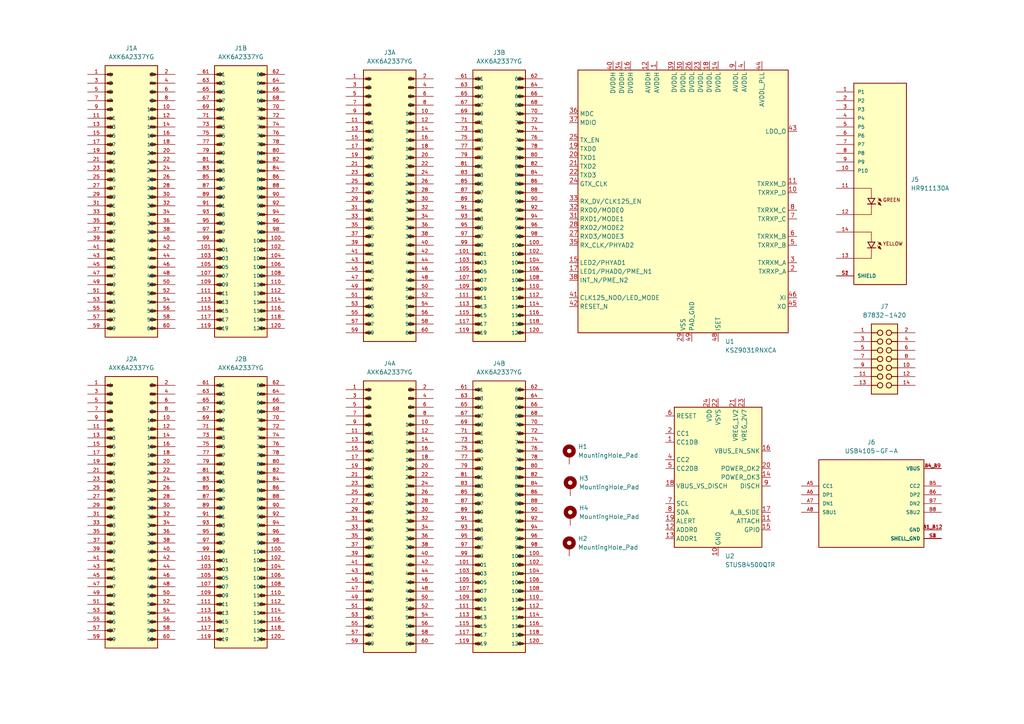
<source format=kicad_sch>
(kicad_sch (version 20211123) (generator eeschema)
  (paper "A4")
  (lib_symbols
    (symbol "Interface_Ethernet:KSZ9031RNXCA"
      (property "Reference" "U" (at -26.67 39.37 0))
      (property "Value" "KSZ9031RNXCA" (at 39.37 39.37 0))
      (symbol "KSZ9031RNXCA_0_1"
        (rectangle (start -30.48 38.1) (end 30.48 -38.1) (stroke (width 0.254)) (fill (type background)))
      )
      (symbol "KSZ9031RNXCA_1_1"
        (pin power_in line (at -7.62 40.64 270) (length 2.54) (name "AVDDH") (number "1"))
        (pin input line (at 33.02 2.54 180) (length 2.54) (name "TXRXP_D") (number "10"))
        (pin input line (at 33.02 5.08 180) (length 2.54) (name "TXRXM_D") (number "11"))
        (pin power_in line (at -10.16 40.64 270) (length 2.54) (name "AVDDH") (number "12"))
        (pin no_connect line (at 30.48 12.7 180) (length 2.54) hide (name "NC") (number "13"))
        (pin power_in line (at 10.16 40.64 270) (length 2.54) (name "DVDDL") (number "14"))
        (pin bidirectional line (at -33.02 -17.78 0) (length 2.54) (name "LED2/PHYAD1") (number "15"))
        (pin power_in line (at -15.24 40.64 270) (length 2.54) (name "DVDDH") (number "16"))
        (pin bidirectional line (at -33.02 -20.32 0) (length 2.54) (name "LED1/PHAD0/PME_N1") (number "17"))
        (pin power_in line (at 7.62 40.64 270) (length 2.54) (name "DVDDL") (number "18"))
        (pin input line (at -33.02 15.24 0) (length 2.54) (name "TXD0") (number "19"))
        (pin input line (at 33.02 -20.32 180) (length 2.54) (name "TXRXP_A") (number "2"))
        (pin input line (at -33.02 12.7 0) (length 2.54) (name "TXD1") (number "20"))
        (pin input line (at -33.02 10.16 0) (length 2.54) (name "TXD2") (number "21"))
        (pin input line (at -33.02 7.62 0) (length 2.54) (name "TXD3") (number "22"))
        (pin power_in line (at 5.08 40.64 270) (length 2.54) (name "DVDDL") (number "23"))
        (pin input line (at -33.02 5.08 0) (length 2.54) (name "GTX_CLK") (number "24"))
        (pin input line (at -33.02 17.78 0) (length 2.54) (name "TX_EN") (number "25"))
        (pin power_in line (at 2.54 40.64 270) (length 2.54) (name "DVDDL") (number "26"))
        (pin input line (at -33.02 -10.16 0) (length 2.54) (name "RXD3/MODE3") (number "27"))
        (pin input line (at -33.02 -7.62 0) (length 2.54) (name "RXD2/MODE2") (number "28"))
        (pin power_in line (at 0 -40.64 90) (length 2.54) (name "VSS") (number "29"))
        (pin input line (at 33.02 -17.78 180) (length 2.54) (name "TXRXM_A") (number "3"))
        (pin power_in line (at 0 40.64 270) (length 2.54) (name "DVDDL") (number "30"))
        (pin input line (at -33.02 -5.08 0) (length 2.54) (name "RXD1/MODE1") (number "31"))
        (pin input line (at -33.02 -2.54 0) (length 2.54) (name "RXD0/MODE0") (number "32"))
        (pin input line (at -33.02 0 0) (length 2.54) (name "RX_DV/CLK125_EN") (number "33"))
        (pin power_in line (at -17.78 40.64 270) (length 2.54) (name "DVDDH") (number "34"))
        (pin input line (at -33.02 -12.7 0) (length 2.54) (name "RX_CLK/PHYAD2") (number "35"))
        (pin input line (at -33.02 25.4 0) (length 2.54) (name "MDC") (number "36"))
        (pin input line (at -33.02 22.86 0) (length 2.54) (name "MDIO") (number "37"))
        (pin input line (at -33.02 -22.86 0) (length 2.54) (name "INT_N/PME_N2") (number "38"))
        (pin power_in line (at -2.54 40.64 270) (length 2.54) (name "DVDDL") (number "39"))
        (pin power_in line (at 17.78 40.64 270) (length 2.54) (name "AVDDL") (number "4"))
        (pin power_in line (at -20.32 40.64 270) (length 2.54) (name "DVDDH") (number "40"))
        (pin input line (at -33.02 -27.94 0) (length 2.54) (name "CLK125_NDO/LED_MODE") (number "41"))
        (pin input line (at -33.02 -30.48 0) (length 2.54) (name "RESET_N") (number "42"))
        (pin input line (at 33.02 20.32 180) (length 2.54) (name "LDO_O") (number "43"))
        (pin power_in line (at 22.86 40.64 270) (length 2.54) (name "AVDDL_PLL") (number "44"))
        (pin input line (at 33.02 -30.48 180) (length 2.54) (name "XO") (number "45"))
        (pin input line (at 33.02 -27.94 180) (length 2.54) (name "XI") (number "46"))
        (pin no_connect line (at 30.48 10.16 180) (length 2.54) hide (name "NC") (number "47"))
        (pin output line (at 10.16 -40.64 90) (length 2.54) (name "ISET") (number "48"))
        (pin power_in line (at 2.54 -40.64 90) (length 2.54) (name "PAD_GND") (number "49"))
        (pin input line (at 33.02 -12.7 180) (length 2.54) (name "TXRXP_B") (number "5"))
        (pin input line (at 33.02 -10.16 180) (length 2.54) (name "TXRXM_B") (number "6"))
        (pin input line (at 33.02 -5.08 180) (length 2.54) (name "TXRXP_C") (number "7"))
        (pin input line (at 33.02 -2.54 180) (length 2.54) (name "TXRXM_C") (number "8"))
        (pin power_in line (at 15.24 40.64 270) (length 2.54) (name "AVDDL") (number "9"))
      )
    )
    (symbol "Interface_USB:STUSB4500QTR"
      (property "Reference" "U" (at -12.7 21.59 0))
      (property "Value" "STUSB4500QTR" (at 8.89 -21.59 0))
      (symbol "STUSB4500QTR_0_1"
        (rectangle (start -12.7 20.32) (end 12.7 -20.32) (stroke (width 0.254)) (fill (type background)))
      )
      (symbol "STUSB4500QTR_1_1"
        (pin bidirectional line (at -15.24 10.16 0) (length 2.54) (name "CC1DB") (number "1"))
        (pin power_in line (at 0 -22.86 90) (length 2.54) (name "GND") (number "10"))
        (pin open_collector line (at 15.24 -12.7 180) (length 2.54) (name "ATTACH") (number "11"))
        (pin input line (at -15.24 -15.24 0) (length 2.54) (name "ADDR0") (number "12"))
        (pin input line (at -15.24 -17.78 0) (length 2.54) (name "ADDR1") (number "13"))
        (pin open_collector line (at 15.24 0 180) (length 2.54) (name "POWER_OK3") (number "14"))
        (pin open_collector line (at 15.24 -15.24 180) (length 2.54) (name "GPIO") (number "15"))
        (pin open_collector line (at 15.24 7.62 180) (length 2.54) (name "VBUS_EN_SNK") (number "16"))
        (pin open_collector line (at 15.24 -10.16 180) (length 2.54) (name "A_B_SIDE") (number "17"))
        (pin input line (at -15.24 -2.54 0) (length 2.54) (name "VBUS_VS_DISCH") (number "18"))
        (pin open_collector line (at -15.24 -12.7 0) (length 2.54) (name "ALERT") (number "19"))
        (pin bidirectional line (at -15.24 12.7 0) (length 2.54) (name "CC1") (number "2"))
        (pin open_collector line (at 15.24 2.54 180) (length 2.54) (name "POWER_OK2") (number "20"))
        (pin power_out line (at 5.08 22.86 270) (length 2.54) (name "VREG_1V2") (number "21"))
        (pin power_in line (at 0 22.86 270) (length 2.54) (name "VSYS") (number "22"))
        (pin power_out line (at 7.62 22.86 270) (length 2.54) (name "VREG_2V7") (number "23"))
        (pin power_in line (at -2.54 22.86 270) (length 2.54) (name "VDD") (number "24"))
        (pin passive line (at 0 -22.86 90) (length 2.54) hide (name "GND") (number "25"))
        (pin no_connect line (at -12.7 15.24 0) (length 2.54) hide (name "NC") (number "3"))
        (pin bidirectional line (at -15.24 5.08 0) (length 2.54) (name "CC2") (number "4"))
        (pin bidirectional line (at -15.24 2.54 0) (length 2.54) (name "CC2DB") (number "5"))
        (pin input line (at -15.24 17.78 0) (length 2.54) (name "RESET") (number "6"))
        (pin input line (at -15.24 -7.62 0) (length 2.54) (name "SCL") (number "7"))
        (pin bidirectional line (at -15.24 -10.16 0) (length 2.54) (name "SDA") (number "8"))
        (pin bidirectional line (at 15.24 -2.54 180) (length 2.54) (name "DISCH") (number "9"))
      )
    )
    (symbol "Mechanical:MountingHole_Pad" (pin_numbers hide) (pin_names (offset 1.016) hide)
      (property "Reference" "H" (at 0 6.35 0))
      (property "Value" "MountingHole_Pad" (at 0 4.445 0))
      (symbol "MountingHole_Pad_0_1"
        (circle (center 0 1.27) (radius 1.27) (stroke (width 1.27)))
      )
      (symbol "MountingHole_Pad_1_1"
        (pin input line (at 0 -2.54 90) (length 2.54) (name "1") (number "1"))
      )
    )
    (symbol "pedrolib:87832-1420" (pin_names (offset 1.016))
      (property "Reference" "J" (at -4.8291 10.6749 0))
      (property "Value" "87832-1420" (at -5.3388 -12.2029 0))
      (symbol "87832-1420_0_0"
        (rectangle (start -5.08 -10.16) (end 2.54 10.16) (stroke (width 0.254)) (fill (type background)))
        (circle (center -2.54 -7.62) (radius 0.762) (stroke (width 0.254)))
        (circle (center -2.54 -5.08) (radius 0.762) (stroke (width 0.254)))
        (circle (center -2.54 -2.54) (radius 0.762) (stroke (width 0.254)))
        (circle (center -2.54 0) (radius 0.762) (stroke (width 0.254)))
        (circle (center -2.54 2.54) (radius 0.762) (stroke (width 0.254)))
        (circle (center -2.54 5.08) (radius 0.762) (stroke (width 0.254)))
        (circle (center -2.54 7.62) (radius 0.762) (stroke (width 0.254)))
        (circle (center 0 -7.62) (radius 0.762) (stroke (width 0.254)))
        (circle (center 0 -5.08) (radius 0.762) (stroke (width 0.254)))
        (circle (center 0 -2.54) (radius 0.762) (stroke (width 0.254)))
        (polyline (pts (xy -3.302 -7.62) (xy -5.08 -7.62)) (stroke (width 0.254)))
        (polyline (pts (xy -3.302 -5.08) (xy -5.08 -5.08)) (stroke (width 0.254)))
        (polyline (pts (xy -3.302 -2.54) (xy -5.08 -2.54)) (stroke (width 0.254)))
        (polyline (pts (xy -3.302 0) (xy -5.08 0)) (stroke (width 0.254)))
        (polyline (pts (xy -3.302 2.54) (xy -5.08 2.54)) (stroke (width 0.254)))
        (polyline (pts (xy -3.302 5.08) (xy -5.08 5.08)) (stroke (width 0.254)))
        (polyline (pts (xy -3.302 7.62) (xy -5.08 7.62)) (stroke (width 0.254)))
        (polyline (pts (xy 0.762 -7.62) (xy 2.54 -7.62)) (stroke (width 0.254)))
        (polyline (pts (xy 0.762 -5.08) (xy 2.54 -5.08)) (stroke (width 0.254)))
        (polyline (pts (xy 0.762 -2.54) (xy 2.54 -2.54)) (stroke (width 0.254)))
        (polyline (pts (xy 0.762 0) (xy 2.54 0)) (stroke (width 0.254)))
        (polyline (pts (xy 0.762 2.54) (xy 2.54 2.54)) (stroke (width 0.254)))
        (polyline (pts (xy 0.762 5.08) (xy 2.54 5.08)) (stroke (width 0.254)))
        (polyline (pts (xy 0.762 5.08) (xy 2.54 5.08)) (stroke (width 0.254)))
        (polyline (pts (xy 0.762 7.62) (xy 2.54 7.62)) (stroke (width 0.254)))
        (circle (center 0 0) (radius 0.762) (stroke (width 0.254)))
        (circle (center 0 2.54) (radius 0.762) (stroke (width 0.254)))
        (circle (center 0 5.08) (radius 0.762) (stroke (width 0.254)))
        (circle (center 0 7.62) (radius 0.762) (stroke (width 0.254)))
        (pin passive line (at -10.16 7.62 0) (length 5.08) (name "~") (number "1"))
        (pin passive line (at 7.62 -2.54 180) (length 5.08) (name "~") (number "10"))
        (pin passive line (at -10.16 -5.08 0) (length 5.08) (name "~") (number "11"))
        (pin passive line (at 7.62 -5.08 180) (length 5.08) (name "~") (number "12"))
        (pin passive line (at -10.16 -7.62 0) (length 5.08) (name "~") (number "13"))
        (pin passive line (at 7.62 -7.62 180) (length 5.08) (name "~") (number "14"))
        (pin passive line (at 7.62 7.62 180) (length 5.08) (name "~") (number "2"))
        (pin passive line (at -10.16 5.08 0) (length 5.08) (name "~") (number "3"))
        (pin passive line (at 7.62 5.08 180) (length 5.08) (name "~") (number "4"))
        (pin passive line (at -10.16 2.54 0) (length 5.08) (name "~") (number "5"))
        (pin passive line (at 7.62 2.54 180) (length 5.08) (name "~") (number "6"))
        (pin passive line (at -10.16 0 0) (length 5.08) (name "~") (number "7"))
        (pin passive line (at 7.62 0 180) (length 5.08) (name "~") (number "8"))
        (pin passive line (at -10.16 -2.54 0) (length 5.08) (name "~") (number "9"))
      )
    )
    (symbol "pedrolib:AXK6A2337YG" (pin_names (offset 1.016))
      (property "Reference" "J" (at -7.62 38.862 0))
      (property "Value" "AXK6A2337YG" (at -7.62 -43.18 0))
      (symbol "AXK6A2337YG_1_0"
        (rectangle (start -7.62 -40.64) (end 7.62 38.1) (stroke (width 0.254)) (fill (type background)))
        (rectangle (start -6.985 -38.4175) (end -5.3975 -37.7825) (stroke (width 0.1)) (fill (type outline)))
        (rectangle (start -6.985 -35.8775) (end -5.3975 -35.2425) (stroke (width 0.1)) (fill (type outline)))
        (rectangle (start -6.985 -33.3375) (end -5.3975 -32.7025) (stroke (width 0.1)) (fill (type outline)))
        (rectangle (start -6.985 -30.7975) (end -5.3975 -30.1625) (stroke (width 0.1)) (fill (type outline)))
        (rectangle (start -6.985 -28.2575) (end -5.3975 -27.6225) (stroke (width 0.1)) (fill (type outline)))
        (rectangle (start -6.985 -25.7175) (end -5.3975 -25.0825) (stroke (width 0.1)) (fill (type outline)))
        (rectangle (start -6.985 -23.1775) (end -5.3975 -22.5425) (stroke (width 0.1)) (fill (type outline)))
        (rectangle (start -6.985 -20.6375) (end -5.3975 -20.0025) (stroke (width 0.1)) (fill (type outline)))
        (rectangle (start -6.985 -18.0975) (end -5.3975 -17.4625) (stroke (width 0.1)) (fill (type outline)))
        (rectangle (start -6.985 -15.5575) (end -5.3975 -14.9225) (stroke (width 0.1)) (fill (type outline)))
        (rectangle (start -6.985 -13.0175) (end -5.3975 -12.3825) (stroke (width 0.1)) (fill (type outline)))
        (rectangle (start -6.985 -10.4775) (end -5.3975 -9.8425) (stroke (width 0.1)) (fill (type outline)))
        (rectangle (start -6.985 -7.9375) (end -5.3975 -7.3025) (stroke (width 0.1)) (fill (type outline)))
        (rectangle (start -6.985 -5.3975) (end -5.3975 -4.7625) (stroke (width 0.1)) (fill (type outline)))
        (rectangle (start -6.985 -2.8575) (end -5.3975 -2.2225) (stroke (width 0.1)) (fill (type outline)))
        (rectangle (start -6.985 -0.3175) (end -5.3975 0.3175) (stroke (width 0.1)) (fill (type outline)))
        (rectangle (start -6.985 2.2225) (end -5.3975 2.8575) (stroke (width 0.1)) (fill (type outline)))
        (rectangle (start -6.985 4.7625) (end -5.3975 5.3975) (stroke (width 0.1)) (fill (type outline)))
        (rectangle (start -6.985 7.3025) (end -5.3975 7.9375) (stroke (width 0.1)) (fill (type outline)))
        (rectangle (start -6.985 9.8425) (end -5.3975 10.4775) (stroke (width 0.1)) (fill (type outline)))
        (rectangle (start -6.985 12.3825) (end -5.3975 13.0175) (stroke (width 0.1)) (fill (type outline)))
        (rectangle (start -6.985 14.9225) (end -5.3975 15.5575) (stroke (width 0.1)) (fill (type outline)))
        (rectangle (start -6.985 17.4625) (end -5.3975 18.0975) (stroke (width 0.1)) (fill (type outline)))
        (rectangle (start -6.985 20.0025) (end -5.3975 20.6375) (stroke (width 0.1)) (fill (type outline)))
        (rectangle (start -6.985 22.5425) (end -5.3975 23.1775) (stroke (width 0.1)) (fill (type outline)))
        (rectangle (start -6.985 25.0825) (end -5.3975 25.7175) (stroke (width 0.1)) (fill (type outline)))
        (rectangle (start -6.985 27.6225) (end -5.3975 28.2575) (stroke (width 0.1)) (fill (type outline)))
        (rectangle (start -6.985 30.1625) (end -5.3975 30.7975) (stroke (width 0.1)) (fill (type outline)))
        (rectangle (start -6.985 32.7025) (end -5.3975 33.3375) (stroke (width 0.1)) (fill (type outline)))
        (rectangle (start -6.985 35.2425) (end -5.3975 35.8775) (stroke (width 0.1)) (fill (type outline)))
        (polyline (pts (xy -7.62 -38.1) (xy -5.715 -38.1)) (stroke (width 0.254)))
        (polyline (pts (xy -7.62 -35.56) (xy -5.715 -35.56)) (stroke (width 0.254)))
        (polyline (pts (xy -7.62 -33.02) (xy -5.715 -33.02)) (stroke (width 0.254)))
        (polyline (pts (xy -7.62 -30.48) (xy -5.715 -30.48)) (stroke (width 0.254)))
        (polyline (pts (xy -7.62 -27.94) (xy -5.715 -27.94)) (stroke (width 0.254)))
        (polyline (pts (xy -7.62 -25.4) (xy -5.715 -25.4)) (stroke (width 0.254)))
        (polyline (pts (xy -7.62 -22.86) (xy -5.715 -22.86)) (stroke (width 0.254)))
        (polyline (pts (xy -7.62 -20.32) (xy -5.715 -20.32)) (stroke (width 0.254)))
        (polyline (pts (xy -7.62 -17.78) (xy -5.715 -17.78)) (stroke (width 0.254)))
        (polyline (pts (xy -7.62 -15.24) (xy -5.715 -15.24)) (stroke (width 0.254)))
        (polyline (pts (xy -7.62 -12.7) (xy -5.715 -12.7)) (stroke (width 0.254)))
        (polyline (pts (xy -7.62 -10.16) (xy -5.715 -10.16)) (stroke (width 0.254)))
        (polyline (pts (xy -7.62 -7.62) (xy -5.715 -7.62)) (stroke (width 0.254)))
        (polyline (pts (xy -7.62 -5.08) (xy -5.715 -5.08)) (stroke (width 0.254)))
        (polyline (pts (xy -7.62 -2.54) (xy -5.715 -2.54)) (stroke (width 0.254)))
        (polyline (pts (xy -7.62 0) (xy -5.715 0)) (stroke (width 0.254)))
        (polyline (pts (xy -7.62 2.54) (xy -5.715 2.54)) (stroke (width 0.254)))
        (polyline (pts (xy -7.62 5.08) (xy -5.715 5.08)) (stroke (width 0.254)))
        (polyline (pts (xy -7.62 7.62) (xy -5.715 7.62)) (stroke (width 0.254)))
        (polyline (pts (xy -7.62 10.16) (xy -5.715 10.16)) (stroke (width 0.254)))
        (polyline (pts (xy -7.62 12.7) (xy -5.715 12.7)) (stroke (width 0.254)))
        (polyline (pts (xy -7.62 15.24) (xy -5.715 15.24)) (stroke (width 0.254)))
        (polyline (pts (xy -7.62 17.78) (xy -5.715 17.78)) (stroke (width 0.254)))
        (polyline (pts (xy -7.62 20.32) (xy -5.715 20.32)) (stroke (width 0.254)))
        (polyline (pts (xy -7.62 22.86) (xy -5.715 22.86)) (stroke (width 0.254)))
        (polyline (pts (xy -7.62 25.4) (xy -5.715 25.4)) (stroke (width 0.254)))
        (polyline (pts (xy -7.62 27.94) (xy -5.715 27.94)) (stroke (width 0.254)))
        (polyline (pts (xy -7.62 30.48) (xy -5.715 30.48)) (stroke (width 0.254)))
        (polyline (pts (xy -7.62 33.02) (xy -5.715 33.02)) (stroke (width 0.254)))
        (polyline (pts (xy -7.62 35.56) (xy -5.715 35.56)) (stroke (width 0.254)))
        (polyline (pts (xy 7.62 -38.1) (xy 5.715 -38.1)) (stroke (width 0.254)))
        (polyline (pts (xy 7.62 -35.56) (xy 5.715 -35.56)) (stroke (width 0.254)))
        (polyline (pts (xy 7.62 -33.02) (xy 5.715 -33.02)) (stroke (width 0.254)))
        (polyline (pts (xy 7.62 -30.48) (xy 5.715 -30.48)) (stroke (width 0.254)))
        (polyline (pts (xy 7.62 -27.94) (xy 5.715 -27.94)) (stroke (width 0.254)))
        (polyline (pts (xy 7.62 -25.4) (xy 5.715 -25.4)) (stroke (width 0.254)))
        (polyline (pts (xy 7.62 -22.86) (xy 5.715 -22.86)) (stroke (width 0.254)))
        (polyline (pts (xy 7.62 -20.32) (xy 5.715 -20.32)) (stroke (width 0.254)))
        (polyline (pts (xy 7.62 -17.78) (xy 5.715 -17.78)) (stroke (width 0.254)))
        (polyline (pts (xy 7.62 -15.24) (xy 5.715 -15.24)) (stroke (width 0.254)))
        (polyline (pts (xy 7.62 -12.7) (xy 5.715 -12.7)) (stroke (width 0.254)))
        (polyline (pts (xy 7.62 -10.16) (xy 5.715 -10.16)) (stroke (width 0.254)))
        (polyline (pts (xy 7.62 -7.62) (xy 5.715 -7.62)) (stroke (width 0.254)))
        (polyline (pts (xy 7.62 -5.08) (xy 5.715 -5.08)) (stroke (width 0.254)))
        (polyline (pts (xy 7.62 -2.54) (xy 5.715 -2.54)) (stroke (width 0.254)))
        (polyline (pts (xy 7.62 0) (xy 5.715 0)) (stroke (width 0.254)))
        (polyline (pts (xy 7.62 2.54) (xy 5.715 2.54)) (stroke (width 0.254)))
        (polyline (pts (xy 7.62 5.08) (xy 5.715 5.08)) (stroke (width 0.254)))
        (polyline (pts (xy 7.62 7.62) (xy 5.715 7.62)) (stroke (width 0.254)))
        (polyline (pts (xy 7.62 10.16) (xy 5.715 10.16)) (stroke (width 0.254)))
        (polyline (pts (xy 7.62 12.7) (xy 5.715 12.7)) (stroke (width 0.254)))
        (polyline (pts (xy 7.62 15.24) (xy 5.715 15.24)) (stroke (width 0.254)))
        (polyline (pts (xy 7.62 17.78) (xy 5.715 17.78)) (stroke (width 0.254)))
        (polyline (pts (xy 7.62 20.32) (xy 5.715 20.32)) (stroke (width 0.254)))
        (polyline (pts (xy 7.62 22.86) (xy 5.715 22.86)) (stroke (width 0.254)))
        (polyline (pts (xy 7.62 25.4) (xy 5.715 25.4)) (stroke (width 0.254)))
        (polyline (pts (xy 7.62 27.94) (xy 5.715 27.94)) (stroke (width 0.254)))
        (polyline (pts (xy 7.62 30.48) (xy 5.715 30.48)) (stroke (width 0.254)))
        (polyline (pts (xy 7.62 33.02) (xy 5.715 33.02)) (stroke (width 0.254)))
        (polyline (pts (xy 7.62 35.56) (xy 5.715 35.56)) (stroke (width 0.254)))
        (rectangle (start 5.3975 -38.4175) (end 6.985 -37.7825) (stroke (width 0.1)) (fill (type outline)))
        (rectangle (start 5.3975 -35.8775) (end 6.985 -35.2425) (stroke (width 0.1)) (fill (type outline)))
        (rectangle (start 5.3975 -33.3375) (end 6.985 -32.7025) (stroke (width 0.1)) (fill (type outline)))
        (rectangle (start 5.3975 -30.7975) (end 6.985 -30.1625) (stroke (width 0.1)) (fill (type outline)))
        (rectangle (start 5.3975 -28.2575) (end 6.985 -27.6225) (stroke (width 0.1)) (fill (type outline)))
        (rectangle (start 5.3975 -25.7175) (end 6.985 -25.0825) (stroke (width 0.1)) (fill (type outline)))
        (rectangle (start 5.3975 -23.1775) (end 6.985 -22.5425) (stroke (width 0.1)) (fill (type outline)))
        (rectangle (start 5.3975 -20.6375) (end 6.985 -20.0025) (stroke (width 0.1)) (fill (type outline)))
        (rectangle (start 5.3975 -18.0975) (end 6.985 -17.4625) (stroke (width 0.1)) (fill (type outline)))
        (rectangle (start 5.3975 -15.5575) (end 6.985 -14.9225) (stroke (width 0.1)) (fill (type outline)))
        (rectangle (start 5.3975 -13.0175) (end 6.985 -12.3825) (stroke (width 0.1)) (fill (type outline)))
        (rectangle (start 5.3975 -10.4775) (end 6.985 -9.8425) (stroke (width 0.1)) (fill (type outline)))
        (rectangle (start 5.3975 -7.9375) (end 6.985 -7.3025) (stroke (width 0.1)) (fill (type outline)))
        (rectangle (start 5.3975 -5.3975) (end 6.985 -4.7625) (stroke (width 0.1)) (fill (type outline)))
        (rectangle (start 5.3975 -2.8575) (end 6.985 -2.2225) (stroke (width 0.1)) (fill (type outline)))
        (rectangle (start 5.3975 -0.3175) (end 6.985 0.3175) (stroke (width 0.1)) (fill (type outline)))
        (rectangle (start 5.3975 2.2225) (end 6.985 2.8575) (stroke (width 0.1)) (fill (type outline)))
        (rectangle (start 5.3975 4.7625) (end 6.985 5.3975) (stroke (width 0.1)) (fill (type outline)))
        (rectangle (start 5.3975 7.3025) (end 6.985 7.9375) (stroke (width 0.1)) (fill (type outline)))
        (rectangle (start 5.3975 9.8425) (end 6.985 10.4775) (stroke (width 0.1)) (fill (type outline)))
        (rectangle (start 5.3975 12.3825) (end 6.985 13.0175) (stroke (width 0.1)) (fill (type outline)))
        (rectangle (start 5.3975 14.9225) (end 6.985 15.5575) (stroke (width 0.1)) (fill (type outline)))
        (rectangle (start 5.3975 17.4625) (end 6.985 18.0975) (stroke (width 0.1)) (fill (type outline)))
        (rectangle (start 5.3975 20.0025) (end 6.985 20.6375) (stroke (width 0.1)) (fill (type outline)))
        (rectangle (start 5.3975 22.5425) (end 6.985 23.1775) (stroke (width 0.1)) (fill (type outline)))
        (rectangle (start 5.3975 25.0825) (end 6.985 25.7175) (stroke (width 0.1)) (fill (type outline)))
        (rectangle (start 5.3975 27.6225) (end 6.985 28.2575) (stroke (width 0.1)) (fill (type outline)))
        (rectangle (start 5.3975 30.1625) (end 6.985 30.7975) (stroke (width 0.1)) (fill (type outline)))
        (rectangle (start 5.3975 32.7025) (end 6.985 33.3375) (stroke (width 0.1)) (fill (type outline)))
        (rectangle (start 5.3975 35.2425) (end 6.985 35.8775) (stroke (width 0.1)) (fill (type outline)))
        (pin passive line (at -12.7 35.56 0) (length 5.08) (name "1") (number "1"))
        (pin passive line (at 12.7 25.4 180) (length 5.08) (name "10") (number "10"))
        (pin passive line (at -12.7 22.86 0) (length 5.08) (name "11") (number "11"))
        (pin passive line (at 12.7 22.86 180) (length 5.08) (name "12") (number "12"))
        (pin passive line (at -12.7 20.32 0) (length 5.08) (name "13") (number "13"))
        (pin passive line (at 12.7 20.32 180) (length 5.08) (name "14") (number "14"))
        (pin passive line (at -12.7 17.78 0) (length 5.08) (name "15") (number "15"))
        (pin passive line (at 12.7 17.78 180) (length 5.08) (name "16") (number "16"))
        (pin passive line (at -12.7 15.24 0) (length 5.08) (name "17") (number "17"))
        (pin passive line (at 12.7 15.24 180) (length 5.08) (name "18") (number "18"))
        (pin passive line (at -12.7 12.7 0) (length 5.08) (name "19") (number "19"))
        (pin passive line (at 12.7 35.56 180) (length 5.08) (name "2") (number "2"))
        (pin passive line (at 12.7 12.7 180) (length 5.08) (name "20") (number "20"))
        (pin passive line (at -12.7 10.16 0) (length 5.08) (name "21") (number "21"))
        (pin passive line (at 12.7 10.16 180) (length 5.08) (name "22") (number "22"))
        (pin passive line (at -12.7 7.62 0) (length 5.08) (name "23") (number "23"))
        (pin passive line (at 12.7 7.62 180) (length 5.08) (name "24") (number "24"))
        (pin passive line (at -12.7 5.08 0) (length 5.08) (name "25") (number "25"))
        (pin passive line (at 12.7 5.08 180) (length 5.08) (name "26") (number "26"))
        (pin passive line (at -12.7 2.54 0) (length 5.08) (name "27") (number "27"))
        (pin passive line (at 12.7 2.54 180) (length 5.08) (name "28") (number "28"))
        (pin passive line (at -12.7 0 0) (length 5.08) (name "29") (number "29"))
        (pin passive line (at -12.7 33.02 0) (length 5.08) (name "3") (number "3"))
        (pin passive line (at 12.7 0 180) (length 5.08) (name "30") (number "30"))
        (pin passive line (at -12.7 -2.54 0) (length 5.08) (name "31") (number "31"))
        (pin passive line (at 12.7 -2.54 180) (length 5.08) (name "32") (number "32"))
        (pin passive line (at -12.7 -5.08 0) (length 5.08) (name "33") (number "33"))
        (pin passive line (at 12.7 -5.08 180) (length 5.08) (name "34") (number "34"))
        (pin passive line (at -12.7 -7.62 0) (length 5.08) (name "35") (number "35"))
        (pin passive line (at 12.7 -7.62 180) (length 5.08) (name "36") (number "36"))
        (pin passive line (at -12.7 -10.16 0) (length 5.08) (name "37") (number "37"))
        (pin passive line (at 12.7 -10.16 180) (length 5.08) (name "38") (number "38"))
        (pin passive line (at -12.7 -12.7 0) (length 5.08) (name "39") (number "39"))
        (pin passive line (at 12.7 33.02 180) (length 5.08) (name "4") (number "4"))
        (pin passive line (at 12.7 -12.7 180) (length 5.08) (name "40") (number "40"))
        (pin passive line (at -12.7 -15.24 0) (length 5.08) (name "41") (number "41"))
        (pin passive line (at 12.7 -15.24 180) (length 5.08) (name "42") (number "42"))
        (pin passive line (at -12.7 -17.78 0) (length 5.08) (name "43") (number "43"))
        (pin passive line (at 12.7 -17.78 180) (length 5.08) (name "44") (number "44"))
        (pin passive line (at -12.7 -20.32 0) (length 5.08) (name "45") (number "45"))
        (pin passive line (at 12.7 -20.32 180) (length 5.08) (name "46") (number "46"))
        (pin passive line (at -12.7 -22.86 0) (length 5.08) (name "47") (number "47"))
        (pin passive line (at 12.7 -22.86 180) (length 5.08) (name "48") (number "48"))
        (pin passive line (at -12.7 -25.4 0) (length 5.08) (name "49") (number "49"))
        (pin passive line (at -12.7 30.48 0) (length 5.08) (name "5") (number "5"))
        (pin passive line (at 12.7 -25.4 180) (length 5.08) (name "50") (number "50"))
        (pin passive line (at -12.7 -27.94 0) (length 5.08) (name "51") (number "51"))
        (pin passive line (at 12.7 -27.94 180) (length 5.08) (name "52") (number "52"))
        (pin passive line (at -12.7 -30.48 0) (length 5.08) (name "53") (number "53"))
        (pin passive line (at 12.7 -30.48 180) (length 5.08) (name "54") (number "54"))
        (pin passive line (at -12.7 -33.02 0) (length 5.08) (name "55") (number "55"))
        (pin passive line (at 12.7 -33.02 180) (length 5.08) (name "56") (number "56"))
        (pin passive line (at -12.7 -35.56 0) (length 5.08) (name "57") (number "57"))
        (pin passive line (at 12.7 -35.56 180) (length 5.08) (name "58") (number "58"))
        (pin passive line (at -12.7 -38.1 0) (length 5.08) (name "59") (number "59"))
        (pin passive line (at 12.7 30.48 180) (length 5.08) (name "6") (number "6"))
        (pin passive line (at 12.7 -38.1 180) (length 5.08) (name "60") (number "60"))
        (pin passive line (at -12.7 27.94 0) (length 5.08) (name "7") (number "7"))
        (pin passive line (at 12.7 27.94 180) (length 5.08) (name "8") (number "8"))
        (pin passive line (at -12.7 25.4 0) (length 5.08) (name "9") (number "9"))
      )
      (symbol "AXK6A2337YG_2_0"
        (rectangle (start -7.62 -40.64) (end 7.62 38.1) (stroke (width 0.254)) (fill (type background)))
        (rectangle (start -6.985 -38.4175) (end -5.3975 -37.7825) (stroke (width 0.1)) (fill (type outline)))
        (rectangle (start -6.985 -35.8775) (end -5.3975 -35.2425) (stroke (width 0.1)) (fill (type outline)))
        (rectangle (start -6.985 -33.3375) (end -5.3975 -32.7025) (stroke (width 0.1)) (fill (type outline)))
        (rectangle (start -6.985 -30.7975) (end -5.3975 -30.1625) (stroke (width 0.1)) (fill (type outline)))
        (rectangle (start -6.985 -28.2575) (end -5.3975 -27.6225) (stroke (width 0.1)) (fill (type outline)))
        (rectangle (start -6.985 -25.7175) (end -5.3975 -25.0825) (stroke (width 0.1)) (fill (type outline)))
        (rectangle (start -6.985 -23.1775) (end -5.3975 -22.5425) (stroke (width 0.1)) (fill (type outline)))
        (rectangle (start -6.985 -20.6375) (end -5.3975 -20.0025) (stroke (width 0.1)) (fill (type outline)))
        (rectangle (start -6.985 -18.0975) (end -5.3975 -17.4625) (stroke (width 0.1)) (fill (type outline)))
        (rectangle (start -6.985 -15.5575) (end -5.3975 -14.9225) (stroke (width 0.1)) (fill (type outline)))
        (rectangle (start -6.985 -13.0175) (end -5.3975 -12.3825) (stroke (width 0.1)) (fill (type outline)))
        (rectangle (start -6.985 -10.4775) (end -5.3975 -9.8425) (stroke (width 0.1)) (fill (type outline)))
        (rectangle (start -6.985 -7.9375) (end -5.3975 -7.3025) (stroke (width 0.1)) (fill (type outline)))
        (rectangle (start -6.985 -5.3975) (end -5.3975 -4.7625) (stroke (width 0.1)) (fill (type outline)))
        (rectangle (start -6.985 -2.8575) (end -5.3975 -2.2225) (stroke (width 0.1)) (fill (type outline)))
        (rectangle (start -6.985 -0.3175) (end -5.3975 0.3175) (stroke (width 0.1)) (fill (type outline)))
        (rectangle (start -6.985 2.2225) (end -5.3975 2.8575) (stroke (width 0.1)) (fill (type outline)))
        (rectangle (start -6.985 4.7625) (end -5.3975 5.3975) (stroke (width 0.1)) (fill (type outline)))
        (rectangle (start -6.985 7.3025) (end -5.3975 7.9375) (stroke (width 0.1)) (fill (type outline)))
        (rectangle (start -6.985 9.8425) (end -5.3975 10.4775) (stroke (width 0.1)) (fill (type outline)))
        (rectangle (start -6.985 12.3825) (end -5.3975 13.0175) (stroke (width 0.1)) (fill (type outline)))
        (rectangle (start -6.985 14.9225) (end -5.3975 15.5575) (stroke (width 0.1)) (fill (type outline)))
        (rectangle (start -6.985 17.4625) (end -5.3975 18.0975) (stroke (width 0.1)) (fill (type outline)))
        (rectangle (start -6.985 20.0025) (end -5.3975 20.6375) (stroke (width 0.1)) (fill (type outline)))
        (rectangle (start -6.985 22.5425) (end -5.3975 23.1775) (stroke (width 0.1)) (fill (type outline)))
        (rectangle (start -6.985 25.0825) (end -5.3975 25.7175) (stroke (width 0.1)) (fill (type outline)))
        (rectangle (start -6.985 27.6225) (end -5.3975 28.2575) (stroke (width 0.1)) (fill (type outline)))
        (rectangle (start -6.985 30.1625) (end -5.3975 30.7975) (stroke (width 0.1)) (fill (type outline)))
        (rectangle (start -6.985 32.7025) (end -5.3975 33.3375) (stroke (width 0.1)) (fill (type outline)))
        (rectangle (start -6.985 35.2425) (end -5.3975 35.8775) (stroke (width 0.1)) (fill (type outline)))
        (polyline (pts (xy -7.62 -38.1) (xy -5.715 -38.1)) (stroke (width 0.254)))
        (polyline (pts (xy -7.62 -35.56) (xy -5.715 -35.56)) (stroke (width 0.254)))
        (polyline (pts (xy -7.62 -33.02) (xy -5.715 -33.02)) (stroke (width 0.254)))
        (polyline (pts (xy -7.62 -30.48) (xy -5.715 -30.48)) (stroke (width 0.254)))
        (polyline (pts (xy -7.62 -27.94) (xy -5.715 -27.94)) (stroke (width 0.254)))
        (polyline (pts (xy -7.62 -25.4) (xy -5.715 -25.4)) (stroke (width 0.254)))
        (polyline (pts (xy -7.62 -22.86) (xy -5.715 -22.86)) (stroke (width 0.254)))
        (polyline (pts (xy -7.62 -20.32) (xy -5.715 -20.32)) (stroke (width 0.254)))
        (polyline (pts (xy -7.62 -17.78) (xy -5.715 -17.78)) (stroke (width 0.254)))
        (polyline (pts (xy -7.62 -15.24) (xy -5.715 -15.24)) (stroke (width 0.254)))
        (polyline (pts (xy -7.62 -12.7) (xy -5.715 -12.7)) (stroke (width 0.254)))
        (polyline (pts (xy -7.62 -10.16) (xy -5.715 -10.16)) (stroke (width 0.254)))
        (polyline (pts (xy -7.62 -7.62) (xy -5.715 -7.62)) (stroke (width 0.254)))
        (polyline (pts (xy -7.62 -5.08) (xy -5.715 -5.08)) (stroke (width 0.254)))
        (polyline (pts (xy -7.62 -2.54) (xy -5.715 -2.54)) (stroke (width 0.254)))
        (polyline (pts (xy -7.62 0) (xy -5.715 0)) (stroke (width 0.254)))
        (polyline (pts (xy -7.62 2.54) (xy -5.715 2.54)) (stroke (width 0.254)))
        (polyline (pts (xy -7.62 5.08) (xy -5.715 5.08)) (stroke (width 0.254)))
        (polyline (pts (xy -7.62 7.62) (xy -5.715 7.62)) (stroke (width 0.254)))
        (polyline (pts (xy -7.62 10.16) (xy -5.715 10.16)) (stroke (width 0.254)))
        (polyline (pts (xy -7.62 12.7) (xy -5.715 12.7)) (stroke (width 0.254)))
        (polyline (pts (xy -7.62 15.24) (xy -5.715 15.24)) (stroke (width 0.254)))
        (polyline (pts (xy -7.62 17.78) (xy -5.715 17.78)) (stroke (width 0.254)))
        (polyline (pts (xy -7.62 20.32) (xy -5.715 20.32)) (stroke (width 0.254)))
        (polyline (pts (xy -7.62 22.86) (xy -5.715 22.86)) (stroke (width 0.254)))
        (polyline (pts (xy -7.62 25.4) (xy -5.715 25.4)) (stroke (width 0.254)))
        (polyline (pts (xy -7.62 27.94) (xy -5.715 27.94)) (stroke (width 0.254)))
        (polyline (pts (xy -7.62 30.48) (xy -5.715 30.48)) (stroke (width 0.254)))
        (polyline (pts (xy -7.62 33.02) (xy -5.715 33.02)) (stroke (width 0.254)))
        (polyline (pts (xy -7.62 35.56) (xy -5.715 35.56)) (stroke (width 0.254)))
        (polyline (pts (xy 7.62 -38.1) (xy 5.715 -38.1)) (stroke (width 0.254)))
        (polyline (pts (xy 7.62 -35.56) (xy 5.715 -35.56)) (stroke (width 0.254)))
        (polyline (pts (xy 7.62 -33.02) (xy 5.715 -33.02)) (stroke (width 0.254)))
        (polyline (pts (xy 7.62 -30.48) (xy 5.715 -30.48)) (stroke (width 0.254)))
        (polyline (pts (xy 7.62 -27.94) (xy 5.715 -27.94)) (stroke (width 0.254)))
        (polyline (pts (xy 7.62 -25.4) (xy 5.715 -25.4)) (stroke (width 0.254)))
        (polyline (pts (xy 7.62 -22.86) (xy 5.715 -22.86)) (stroke (width 0.254)))
        (polyline (pts (xy 7.62 -20.32) (xy 5.715 -20.32)) (stroke (width 0.254)))
        (polyline (pts (xy 7.62 -17.78) (xy 5.715 -17.78)) (stroke (width 0.254)))
        (polyline (pts (xy 7.62 -15.24) (xy 5.715 -15.24)) (stroke (width 0.254)))
        (polyline (pts (xy 7.62 -12.7) (xy 5.715 -12.7)) (stroke (width 0.254)))
        (polyline (pts (xy 7.62 -10.16) (xy 5.715 -10.16)) (stroke (width 0.254)))
        (polyline (pts (xy 7.62 -7.62) (xy 5.715 -7.62)) (stroke (width 0.254)))
        (polyline (pts (xy 7.62 -5.08) (xy 5.715 -5.08)) (stroke (width 0.254)))
        (polyline (pts (xy 7.62 -2.54) (xy 5.715 -2.54)) (stroke (width 0.254)))
        (polyline (pts (xy 7.62 0) (xy 5.715 0)) (stroke (width 0.254)))
        (polyline (pts (xy 7.62 2.54) (xy 5.715 2.54)) (stroke (width 0.254)))
        (polyline (pts (xy 7.62 5.08) (xy 5.715 5.08)) (stroke (width 0.254)))
        (polyline (pts (xy 7.62 7.62) (xy 5.715 7.62)) (stroke (width 0.254)))
        (polyline (pts (xy 7.62 10.16) (xy 5.715 10.16)) (stroke (width 0.254)))
        (polyline (pts (xy 7.62 12.7) (xy 5.715 12.7)) (stroke (width 0.254)))
        (polyline (pts (xy 7.62 15.24) (xy 5.715 15.24)) (stroke (width 0.254)))
        (polyline (pts (xy 7.62 17.78) (xy 5.715 17.78)) (stroke (width 0.254)))
        (polyline (pts (xy 7.62 20.32) (xy 5.715 20.32)) (stroke (width 0.254)))
        (polyline (pts (xy 7.62 22.86) (xy 5.715 22.86)) (stroke (width 0.254)))
        (polyline (pts (xy 7.62 25.4) (xy 5.715 25.4)) (stroke (width 0.254)))
        (polyline (pts (xy 7.62 27.94) (xy 5.715 27.94)) (stroke (width 0.254)))
        (polyline (pts (xy 7.62 30.48) (xy 5.715 30.48)) (stroke (width 0.254)))
        (polyline (pts (xy 7.62 33.02) (xy 5.715 33.02)) (stroke (width 0.254)))
        (polyline (pts (xy 7.62 35.56) (xy 5.715 35.56)) (stroke (width 0.254)))
        (rectangle (start 5.3975 -38.4175) (end 6.985 -37.7825) (stroke (width 0.1)) (fill (type outline)))
        (rectangle (start 5.3975 -35.8775) (end 6.985 -35.2425) (stroke (width 0.1)) (fill (type outline)))
        (rectangle (start 5.3975 -33.3375) (end 6.985 -32.7025) (stroke (width 0.1)) (fill (type outline)))
        (rectangle (start 5.3975 -30.7975) (end 6.985 -30.1625) (stroke (width 0.1)) (fill (type outline)))
        (rectangle (start 5.3975 -28.2575) (end 6.985 -27.6225) (stroke (width 0.1)) (fill (type outline)))
        (rectangle (start 5.3975 -25.7175) (end 6.985 -25.0825) (stroke (width 0.1)) (fill (type outline)))
        (rectangle (start 5.3975 -23.1775) (end 6.985 -22.5425) (stroke (width 0.1)) (fill (type outline)))
        (rectangle (start 5.3975 -20.6375) (end 6.985 -20.0025) (stroke (width 0.1)) (fill (type outline)))
        (rectangle (start 5.3975 -18.0975) (end 6.985 -17.4625) (stroke (width 0.1)) (fill (type outline)))
        (rectangle (start 5.3975 -15.5575) (end 6.985 -14.9225) (stroke (width 0.1)) (fill (type outline)))
        (rectangle (start 5.3975 -13.0175) (end 6.985 -12.3825) (stroke (width 0.1)) (fill (type outline)))
        (rectangle (start 5.3975 -10.4775) (end 6.985 -9.8425) (stroke (width 0.1)) (fill (type outline)))
        (rectangle (start 5.3975 -7.9375) (end 6.985 -7.3025) (stroke (width 0.1)) (fill (type outline)))
        (rectangle (start 5.3975 -5.3975) (end 6.985 -4.7625) (stroke (width 0.1)) (fill (type outline)))
        (rectangle (start 5.3975 -2.8575) (end 6.985 -2.2225) (stroke (width 0.1)) (fill (type outline)))
        (rectangle (start 5.3975 -0.3175) (end 6.985 0.3175) (stroke (width 0.1)) (fill (type outline)))
        (rectangle (start 5.3975 2.2225) (end 6.985 2.8575) (stroke (width 0.1)) (fill (type outline)))
        (rectangle (start 5.3975 4.7625) (end 6.985 5.3975) (stroke (width 0.1)) (fill (type outline)))
        (rectangle (start 5.3975 7.3025) (end 6.985 7.9375) (stroke (width 0.1)) (fill (type outline)))
        (rectangle (start 5.3975 9.8425) (end 6.985 10.4775) (stroke (width 0.1)) (fill (type outline)))
        (rectangle (start 5.3975 12.3825) (end 6.985 13.0175) (stroke (width 0.1)) (fill (type outline)))
        (rectangle (start 5.3975 14.9225) (end 6.985 15.5575) (stroke (width 0.1)) (fill (type outline)))
        (rectangle (start 5.3975 17.4625) (end 6.985 18.0975) (stroke (width 0.1)) (fill (type outline)))
        (rectangle (start 5.3975 20.0025) (end 6.985 20.6375) (stroke (width 0.1)) (fill (type outline)))
        (rectangle (start 5.3975 22.5425) (end 6.985 23.1775) (stroke (width 0.1)) (fill (type outline)))
        (rectangle (start 5.3975 25.0825) (end 6.985 25.7175) (stroke (width 0.1)) (fill (type outline)))
        (rectangle (start 5.3975 27.6225) (end 6.985 28.2575) (stroke (width 0.1)) (fill (type outline)))
        (rectangle (start 5.3975 30.1625) (end 6.985 30.7975) (stroke (width 0.1)) (fill (type outline)))
        (rectangle (start 5.3975 32.7025) (end 6.985 33.3375) (stroke (width 0.1)) (fill (type outline)))
        (rectangle (start 5.3975 35.2425) (end 6.985 35.8775) (stroke (width 0.1)) (fill (type outline)))
        (pin passive line (at 12.7 -12.7 180) (length 5.08) (name "100") (number "100"))
        (pin passive line (at -12.7 -15.24 0) (length 5.08) (name "101") (number "101"))
        (pin passive line (at 12.7 -15.24 180) (length 5.08) (name "102") (number "102"))
        (pin passive line (at -12.7 -17.78 0) (length 5.08) (name "103") (number "103"))
        (pin passive line (at 12.7 -17.78 180) (length 5.08) (name "104") (number "104"))
        (pin passive line (at -12.7 -20.32 0) (length 5.08) (name "105") (number "105"))
        (pin passive line (at 12.7 -20.32 180) (length 5.08) (name "106") (number "106"))
        (pin passive line (at -12.7 -22.86 0) (length 5.08) (name "107") (number "107"))
        (pin passive line (at 12.7 -22.86 180) (length 5.08) (name "108") (number "108"))
        (pin passive line (at -12.7 -25.4 0) (length 5.08) (name "109") (number "109"))
        (pin passive line (at 12.7 -25.4 180) (length 5.08) (name "110") (number "110"))
        (pin passive line (at -12.7 -27.94 0) (length 5.08) (name "111") (number "111"))
        (pin passive line (at 12.7 -27.94 180) (length 5.08) (name "112") (number "112"))
        (pin passive line (at -12.7 -30.48 0) (length 5.08) (name "113") (number "113"))
        (pin passive line (at 12.7 -30.48 180) (length 5.08) (name "114") (number "114"))
        (pin passive line (at -12.7 -33.02 0) (length 5.08) (name "115") (number "115"))
        (pin passive line (at 12.7 -33.02 180) (length 5.08) (name "116") (number "116"))
        (pin passive line (at -12.7 -35.56 0) (length 5.08) (name "117") (number "117"))
        (pin passive line (at 12.7 -35.56 180) (length 5.08) (name "118") (number "118"))
        (pin passive line (at -12.7 -38.1 0) (length 5.08) (name "119") (number "119"))
        (pin passive line (at 12.7 -38.1 180) (length 5.08) (name "120") (number "120"))
        (pin passive line (at -12.7 35.56 0) (length 5.08) (name "61") (number "61"))
        (pin passive line (at 12.7 35.56 180) (length 5.08) (name "62") (number "62"))
        (pin passive line (at -12.7 33.02 0) (length 5.08) (name "63") (number "63"))
        (pin passive line (at 12.7 33.02 180) (length 5.08) (name "64") (number "64"))
        (pin passive line (at -12.7 30.48 0) (length 5.08) (name "65") (number "65"))
        (pin passive line (at 12.7 30.48 180) (length 5.08) (name "66") (number "66"))
        (pin passive line (at -12.7 27.94 0) (length 5.08) (name "67") (number "67"))
        (pin passive line (at 12.7 27.94 180) (length 5.08) (name "68") (number "68"))
        (pin passive line (at -12.7 25.4 0) (length 5.08) (name "69") (number "69"))
        (pin passive line (at 12.7 25.4 180) (length 5.08) (name "70") (number "70"))
        (pin passive line (at -12.7 22.86 0) (length 5.08) (name "71") (number "71"))
        (pin passive line (at 12.7 22.86 180) (length 5.08) (name "72") (number "72"))
        (pin passive line (at -12.7 20.32 0) (length 5.08) (name "73") (number "73"))
        (pin passive line (at 12.7 20.32 180) (length 5.08) (name "74") (number "74"))
        (pin passive line (at -12.7 17.78 0) (length 5.08) (name "75") (number "75"))
        (pin passive line (at 12.7 17.78 180) (length 5.08) (name "76") (number "76"))
        (pin passive line (at -12.7 15.24 0) (length 5.08) (name "77") (number "77"))
        (pin passive line (at 12.7 15.24 180) (length 5.08) (name "78") (number "78"))
        (pin passive line (at -12.7 12.7 0) (length 5.08) (name "79") (number "79"))
        (pin passive line (at 12.7 12.7 180) (length 5.08) (name "80") (number "80"))
        (pin passive line (at -12.7 10.16 0) (length 5.08) (name "81") (number "81"))
        (pin passive line (at 12.7 10.16 180) (length 5.08) (name "82") (number "82"))
        (pin passive line (at -12.7 7.62 0) (length 5.08) (name "83") (number "83"))
        (pin passive line (at 12.7 7.62 180) (length 5.08) (name "84") (number "84"))
        (pin passive line (at -12.7 5.08 0) (length 5.08) (name "85") (number "85"))
        (pin passive line (at 12.7 5.08 180) (length 5.08) (name "86") (number "86"))
        (pin passive line (at -12.7 2.54 0) (length 5.08) (name "87") (number "87"))
        (pin passive line (at 12.7 2.54 180) (length 5.08) (name "88") (number "88"))
        (pin passive line (at -12.7 0 0) (length 5.08) (name "89") (number "89"))
        (pin passive line (at 12.7 0 180) (length 5.08) (name "90") (number "90"))
        (pin passive line (at -12.7 -2.54 0) (length 5.08) (name "91") (number "91"))
        (pin passive line (at 12.7 -2.54 180) (length 5.08) (name "92") (number "92"))
        (pin passive line (at -12.7 -5.08 0) (length 5.08) (name "93") (number "93"))
        (pin passive line (at 12.7 -5.08 180) (length 5.08) (name "94") (number "94"))
        (pin passive line (at -12.7 -7.62 0) (length 5.08) (name "95") (number "95"))
        (pin passive line (at 12.7 -7.62 180) (length 5.08) (name "96") (number "96"))
        (pin passive line (at -12.7 -10.16 0) (length 5.08) (name "97") (number "97"))
        (pin passive line (at 12.7 -10.16 180) (length 5.08) (name "98") (number "98"))
        (pin passive line (at -12.7 -12.7 0) (length 5.08) (name "99") (number "99"))
      )
    )
    (symbol "pedrolib:HR911130A" (pin_names (offset 1.016))
      (property "Reference" "J" (at -7.62 29.21 0))
      (property "Value" "HR911130A" (at -7.62 -31.75 0))
      (symbol "HR911130A_0_0"
        (rectangle (start -7.62 -30.48) (end 7.62 27.94) (stroke (width 0.254)) (fill (type background)))
        (polyline (pts (xy -7.62 -15.24) (xy -2.54 -15.24)) (stroke (width 0.1524)))
        (polyline (pts (xy -7.62 -2.54) (xy -2.54 -2.54)) (stroke (width 0.1524)))
        (polyline (pts (xy -3.683 -19.812) (xy -2.54 -19.812)) (stroke (width 0.254)))
        (polyline (pts (xy -3.683 -7.112) (xy -2.54 -7.112)) (stroke (width 0.254)))
        (polyline (pts (xy -3.556 -18.161) (xy -2.54 -19.812)) (stroke (width 0.254)))
        (polyline (pts (xy -3.556 -18.161) (xy -1.524 -18.161)) (stroke (width 0.254)))
        (polyline (pts (xy -3.556 -5.461) (xy -2.54 -7.112)) (stroke (width 0.254)))
        (polyline (pts (xy -3.556 -5.461) (xy -1.524 -5.461)) (stroke (width 0.254)))
        (polyline (pts (xy -2.54 -22.86) (xy -7.62 -22.86)) (stroke (width 0.1524)))
        (polyline (pts (xy -2.54 -19.939) (xy -2.54 -22.86)) (stroke (width 0.1524)))
        (polyline (pts (xy -2.54 -19.812) (xy -1.524 -18.161)) (stroke (width 0.254)))
        (polyline (pts (xy -2.54 -19.812) (xy -1.27 -19.812)) (stroke (width 0.254)))
        (polyline (pts (xy -2.54 -15.24) (xy -2.54 -18.034)) (stroke (width 0.1524)))
        (polyline (pts (xy -2.54 -10.16) (xy -7.62 -10.16)) (stroke (width 0.1524)))
        (polyline (pts (xy -2.54 -7.239) (xy -2.54 -10.16)) (stroke (width 0.1524)))
        (polyline (pts (xy -2.54 -7.112) (xy -1.524 -5.461)) (stroke (width 0.254)))
        (polyline (pts (xy -2.54 -7.112) (xy -1.27 -7.112)) (stroke (width 0.254)))
        (polyline (pts (xy -2.54 -2.54) (xy -2.54 -5.334)) (stroke (width 0.1524)))
        (polyline (pts (xy -0.762 -19.177) (xy 0.254 -20.193)) (stroke (width 0.1524)))
        (polyline (pts (xy -0.762 -6.477) (xy 0.254 -7.493)) (stroke (width 0.1524)))
        (polyline (pts (xy -0.635 -18.034) (xy 0.381 -19.05)) (stroke (width 0.1524)))
        (polyline (pts (xy -0.635 -5.334) (xy 0.381 -6.35)) (stroke (width 0.1524)))
        (polyline (pts (xy 0.254 -20.193) (xy -0.127 -19.304) (xy -0.635 -19.812) (xy 0.254 -20.193)) (stroke (width 0.1524)) (fill (type outline)))
        (polyline (pts (xy 0.254 -7.493) (xy -0.127 -6.604) (xy -0.635 -7.112) (xy 0.254 -7.493)) (stroke (width 0.1524)) (fill (type outline)))
        (polyline (pts (xy 0.381 -19.05) (xy 0 -18.161) (xy -0.508 -18.669) (xy 0.381 -19.05)) (stroke (width 0.1524)) (fill (type outline)))
        (polyline (pts (xy 0.381 -6.35) (xy 0 -5.461) (xy -0.508 -5.969) (xy 0.381 -6.35)) (stroke (width 0.1524)) (fill (type outline)))
        (text "GREEN" (at 0.762 -5.334 0) (effects (font (size 1.016 1.016)) (justify left top)))
        (text "YELLOW" (at 0.762 -18.034 0) (effects (font (size 1.016 1.016)) (justify left top)))
        (pin passive line (at -12.7 25.4 0) (length 5.08) (name "P1") (number "1"))
        (pin passive line (at -12.7 2.54 0) (length 5.08) (name "P10") (number "10"))
        (pin passive line (at -12.7 -2.54 0) (length 5.08) (name "~") (number "11"))
        (pin passive line (at -12.7 -10.16 0) (length 5.08) (name "~") (number "12"))
        (pin passive line (at -12.7 -22.86 0) (length 5.08) (name "~") (number "13"))
        (pin passive line (at -12.7 -15.24 0) (length 5.08) (name "~") (number "14"))
        (pin passive line (at -12.7 22.86 0) (length 5.08) (name "P2") (number "2"))
        (pin passive line (at -12.7 20.32 0) (length 5.08) (name "P3") (number "3"))
        (pin passive line (at -12.7 17.78 0) (length 5.08) (name "P4") (number "4"))
        (pin passive line (at -12.7 15.24 0) (length 5.08) (name "P5") (number "5"))
        (pin passive line (at -12.7 12.7 0) (length 5.08) (name "P6") (number "6"))
        (pin passive line (at -12.7 10.16 0) (length 5.08) (name "P7") (number "7"))
        (pin passive line (at -12.7 7.62 0) (length 5.08) (name "P8") (number "8"))
        (pin passive line (at -12.7 5.08 0) (length 5.08) (name "P9") (number "9"))
        (pin passive line (at -12.7 -27.94 0) (length 5.08) (name "SHIELD") (number "S1"))
        (pin passive line (at -12.7 -27.94 0) (length 5.08) (name "SHIELD") (number "S2"))
      )
    )
    (symbol "pedrolib:USB4105-GF-A" (pin_names (offset 1.016))
      (property "Reference" "J" (at -15.24 13.97 0))
      (property "Value" "USB4105-GF-A" (at -15.24 -15.24 0))
      (symbol "USB4105-GF-A_0_0"
        (rectangle (start -15.24 -12.7) (end 15.24 12.7) (stroke (width 0.254)) (fill (type background)))
        (pin power_in line (at 20.32 -7.62 180) (length 5.08) (name "GND") (number "A1_B12"))
        (pin power_in line (at 20.32 10.16 180) (length 5.08) (name "VBUS") (number "A4_B9"))
        (pin bidirectional line (at -20.32 5.08 0) (length 5.08) (name "CC1") (number "A5"))
        (pin bidirectional line (at -20.32 2.54 0) (length 5.08) (name "DP1") (number "A6"))
        (pin bidirectional line (at -20.32 0 0) (length 5.08) (name "DN1") (number "A7"))
        (pin bidirectional line (at -20.32 -2.54 0) (length 5.08) (name "SBU1") (number "A8"))
        (pin power_in line (at 20.32 -7.62 180) (length 5.08) (name "GND") (number "B1_A12"))
        (pin power_in line (at 20.32 10.16 180) (length 5.08) (name "VBUS") (number "B4_A9"))
        (pin bidirectional line (at 20.32 5.08 180) (length 5.08) (name "CC2") (number "B5"))
        (pin bidirectional line (at 20.32 2.54 180) (length 5.08) (name "DP2") (number "B6"))
        (pin bidirectional line (at 20.32 0 180) (length 5.08) (name "DN2") (number "B7"))
        (pin bidirectional line (at 20.32 -2.54 180) (length 5.08) (name "SBU2") (number "B8"))
        (pin power_in line (at 20.32 -10.16 180) (length 5.08) (name "SHELL_GND") (number "S1"))
        (pin power_in line (at 20.32 -10.16 180) (length 5.08) (name "SHELL_GND") (number "S2"))
        (pin power_in line (at 20.32 -10.16 180) (length 5.08) (name "SHELL_GND") (number "S3"))
        (pin power_in line (at 20.32 -10.16 180) (length 5.08) (name "SHELL_GND") (number "S4"))
      )
    )
  )
  (symbol (lib_id "pedrolib:AXK6A2337YG") (at 144.78 58.42 0) (unit 2)
    (property "Reference" "J3" (at 144.78 15.24 0))
    (property "Value" "AXK6A2337YG" (at 144.78 17.78 0))
    (property "Footprint" "PANASONIC_AXK6A2337YG" (effects hide))
    (property "PURCHASE-URL" "https://pricing.snapeda.com/search/part/AXK6A2337YG/?ref=eda" (effects hide))
    (property "DESCRIPTION" "120 Position Connector Header, Outer Shroud Contacts Surface Mount Gold" (effects hide))
    (property "MP" "AXK6A2337YG" (effects hide))
    (property "PACKAGE" "None" (effects hide))
    (property "AVAILABILITY" "In Stock" (effects hide))
    (property "PRICE" "None" (effects hide))
    (property "MF" "Panasonic" (effects hide))
  )
  (symbol (lib_id "pedrolib:AXK6A2337YG") (at 38.1 57.15 0) (unit 1)
    (property "Reference" "J1" (at 38.1 13.97 0))
    (property "Value" "AXK6A2337YG" (at 38.1 16.51 0))
    (property "Footprint" "PANASONIC_AXK6A2337YG" (effects hide))
    (property "PURCHASE-URL" "https://pricing.snapeda.com/search/part/AXK6A2337YG/?ref=eda" (effects hide))
    (property "DESCRIPTION" "120 Position Connector Header, Outer Shroud Contacts Surface Mount Gold" (effects hide))
    (property "MP" "AXK6A2337YG" (effects hide))
    (property "PACKAGE" "None" (effects hide))
    (property "AVAILABILITY" "In Stock" (effects hide))
    (property "PRICE" "None" (effects hide))
    (property "MF" "Panasonic" (effects hide))
  )
  (symbol (lib_id "pedrolib:87832-1420") (at 257.81 104.14 0) (unit 1)
    (property "Reference" "J7" (at 256.54 88.9 0))
    (property "Value" "87832-1420" (at 256.54 91.44 0))
    (property "Footprint" "pedrolib:MOLEX_87832-1420" (effects hide))
    (property "MANUFACTURER" "MOLEX" (effects hide))
  )
  (symbol (lib_id "pedrolib:AXK6A2337YG") (at 113.03 58.42 0) (unit 1)
    (property "Reference" "J3" (at 113.03 15.24 0))
    (property "Value" "AXK6A2337YG" (at 113.03 17.78 0))
    (property "Footprint" "PANASONIC_AXK6A2337YG" (effects hide))
    (property "PURCHASE-URL" "https://pricing.snapeda.com/search/part/AXK6A2337YG/?ref=eda" (effects hide))
    (property "DESCRIPTION" "120 Position Connector Header, Outer Shroud Contacts Surface Mount Gold" (effects hide))
    (property "MP" "AXK6A2337YG" (effects hide))
    (property "PACKAGE" "None" (effects hide))
    (property "AVAILABILITY" "In Stock" (effects hide))
    (property "PRICE" "None" (effects hide))
    (property "MF" "Panasonic" (effects hide))
  )
  (symbol (lib_id "pedrolib:AXK6A2337YG") (at 38.1 147.32 0) (unit 1)
    (property "Reference" "J2" (at 38.1 104.14 0))
    (property "Value" "AXK6A2337YG" (at 38.1 106.68 0))
    (property "Footprint" "PANASONIC_AXK6A2337YG" (effects hide))
    (property "PURCHASE-URL" "https://pricing.snapeda.com/search/part/AXK6A2337YG/?ref=eda" (effects hide))
    (property "DESCRIPTION" "120 Position Connector Header, Outer Shroud Contacts Surface Mount Gold" (effects hide))
    (property "MP" "AXK6A2337YG" (effects hide))
    (property "PACKAGE" "None" (effects hide))
    (property "AVAILABILITY" "In Stock" (effects hide))
    (property "PRICE" "None" (effects hide))
    (property "MF" "Panasonic" (effects hide))
  )
  (symbol (lib_id "Interface_USB:STUSB4500QTR") (at 208.28 138.43 0) (unit 1)
    (property "Reference" "U2" (at 210.2994 161.29 0) (effects (justify left)))
    (property "Value" "STUSB4500QTR" (at 210.2994 163.83 0) (effects (justify left)))
    (property "Footprint" "Package_DFN_QFN:QFN-24-1EP_4x4mm_P0.5mm_EP2.7x2.7mm" (effects hide))
    (property "Datasheet" "https://www.st.com/resource/en/datasheet/stusb4500.pdf" (effects hide))
  )
  (symbol (lib_id "pedrolib:AXK6A2337YG") (at 69.85 57.15 0) (unit 2)
    (property "Reference" "J1" (at 69.85 13.97 0))
    (property "Value" "AXK6A2337YG" (at 69.85 16.51 0))
    (property "Footprint" "PANASONIC_AXK6A2337YG" (effects hide))
    (property "PURCHASE-URL" "https://pricing.snapeda.com/search/part/AXK6A2337YG/?ref=eda" (effects hide))
    (property "DESCRIPTION" "120 Position Connector Header, Outer Shroud Contacts Surface Mount Gold" (effects hide))
    (property "MP" "AXK6A2337YG" (effects hide))
    (property "PACKAGE" "None" (effects hide))
    (property "AVAILABILITY" "In Stock" (effects hide))
    (property "PRICE" "None" (effects hide))
    (property "MF" "Panasonic" (effects hide))
  )
  (symbol (lib_id "pedrolib:AXK6A2337YG") (at 69.85 147.32 0) (unit 2)
    (property "Reference" "J2" (at 69.85 104.14 0))
    (property "Value" "AXK6A2337YG" (at 69.85 106.68 0))
    (property "Footprint" "PANASONIC_AXK6A2337YG" (effects hide))
    (property "PURCHASE-URL" "https://pricing.snapeda.com/search/part/AXK6A2337YG/?ref=eda" (effects hide))
    (property "DESCRIPTION" "120 Position Connector Header, Outer Shroud Contacts Surface Mount Gold" (effects hide))
    (property "MP" "AXK6A2337YG" (effects hide))
    (property "PACKAGE" "None" (effects hide))
    (property "AVAILABILITY" "In Stock" (effects hide))
    (property "PRICE" "None" (effects hide))
    (property "MF" "Panasonic" (effects hide))
  )
  (symbol (lib_id "Interface_Ethernet:KSZ9031RNXCA") (at 198.12 58.42 0) (unit 1)
    (property "Reference" "U1" (at 210.2994 99.06 0) (effects (justify left)))
    (property "Value" "KSZ9031RNXCA" (at 210.2994 101.6 0) (effects (justify left)))
    (property "Footprint" "Package_DFN_QFN:QFN-48-1EP_7x7mm_P0.5mm_EP5.15x5.15mm" (effects hide))
    (property "Datasheet" "http://ww1.microchip.com/downloads/en/DeviceDoc/00002117C.pdf" (effects hide))
  )
  (symbol (lib_id "Mechanical:MountingHole_Pad") (at 165.1 158.75 0) (unit 1)
    (property "Reference" "H2" (at 167.64 156.2099 0) (effects (justify left)))
    (property "Value" "MountingHole_Pad" (at 167.64 158.7499 0) (effects (justify left)))
    (property "Footprint" "MountingHole:MountingHole_3mm_Pad_TopBottom" (effects hide))
  )
  (symbol (lib_id "pedrolib:AXK6A2337YG") (at 144.78 148.59 0) (unit 2)
    (property "Reference" "J4" (at 144.78 105.41 0))
    (property "Value" "AXK6A2337YG" (at 144.78 107.95 0))
    (property "Footprint" "PANASONIC_AXK6A2337YG" (effects hide))
    (property "PURCHASE-URL" "https://pricing.snapeda.com/search/part/AXK6A2337YG/?ref=eda" (effects hide))
    (property "DESCRIPTION" "120 Position Connector Header, Outer Shroud Contacts Surface Mount Gold" (effects hide))
    (property "MP" "AXK6A2337YG" (effects hide))
    (property "PACKAGE" "None" (effects hide))
    (property "AVAILABILITY" "In Stock" (effects hide))
    (property "PRICE" "None" (effects hide))
    (property "MF" "Panasonic" (effects hide))
  )
  (symbol (lib_id "Mechanical:MountingHole_Pad") (at 165.3961 141.2693 0) (unit 1)
    (property "Reference" "H3" (at 167.9361 138.7292 0) (effects (justify left)))
    (property "Value" "MountingHole_Pad" (at 167.9361 141.2692 0) (effects (justify left)))
    (property "Footprint" "MountingHole:MountingHole_3mm_Pad_TopBottom" (effects hide))
  )
  (symbol (lib_id "pedrolib:HR911130A") (at 255.27 52.07 0) (unit 1)
    (property "Reference" "J5" (at 264.16 52.0699 0) (effects (justify left)))
    (property "Value" "HR911130A" (at 264.16 54.6099 0) (effects (justify left)))
    (property "Footprint" "pedrolib:HANRUN_HR911130A" (effects hide))
    (property "MANUFACTURER" "HanRun" (effects hide))
    (property "MAXIMUM_PACKAGE_HEIGHT" "13.75 mm" (effects hide))
    (property "PARTREV" "A" (effects hide))
    (property "STANDARD" "Manufacturer Recommendations" (effects hide))
  )
  (symbol (lib_id "Mechanical:MountingHole_Pad") (at 165.1 132.08 0) (unit 1)
    (property "Reference" "H1" (at 167.64 129.5399 0) (effects (justify left)))
    (property "Value" "MountingHole_Pad" (at 167.64 132.0799 0) (effects (justify left)))
    (property "Footprint" "MountingHole:MountingHole_3mm_Pad_TopBottom" (effects hide))
  )
  (symbol (lib_id "Mechanical:MountingHole_Pad") (at 165.3961 149.86 0) (unit 1)
    (property "Reference" "H4" (at 167.9361 147.3199 0) (effects (justify left)))
    (property "Value" "MountingHole_Pad" (at 167.9361 149.8599 0) (effects (justify left)))
    (property "Footprint" "MountingHole:MountingHole_3mm_Pad_TopBottom" (effects hide))
  )
  (symbol (lib_id "pedrolib:USB4105-GF-A") (at 252.73 146.05 0) (unit 1)
    (property "Reference" "J6" (at 252.73 128.27 0))
    (property "Value" "USB4105-GF-A" (at 252.73 130.81 0))
    (property "Footprint" "pedrolib:GCT_USB4105-GF-A" (effects hide))
    (property "PARTREV" "A3" (effects hide))
    (property "MANUFACTURER" "GCT" (effects hide))
    (property "MAXIMUM_PACKAGE_HEIGHT" "3.31 mm" (effects hide))
    (property "STANDARD" "Manufacturer Recommendations" (effects hide))
  )
  (symbol (lib_id "pedrolib:AXK6A2337YG") (at 113.03 148.59 0) (unit 1)
    (property "Reference" "J4" (at 113.03 105.41 0))
    (property "Value" "AXK6A2337YG" (at 113.03 107.95 0))
    (property "Footprint" "PANASONIC_AXK6A2337YG" (effects hide))
    (property "PURCHASE-URL" "https://pricing.snapeda.com/search/part/AXK6A2337YG/?ref=eda" (effects hide))
    (property "DESCRIPTION" "120 Position Connector Header, Outer Shroud Contacts Surface Mount Gold" (effects hide))
    (property "MP" "AXK6A2337YG" (effects hide))
    (property "PACKAGE" "None" (effects hide))
    (property "AVAILABILITY" "In Stock" (effects hide))
    (property "PRICE" "None" (effects hide))
    (property "MF" "Panasonic" (effects hide))
  )
)
</source>
